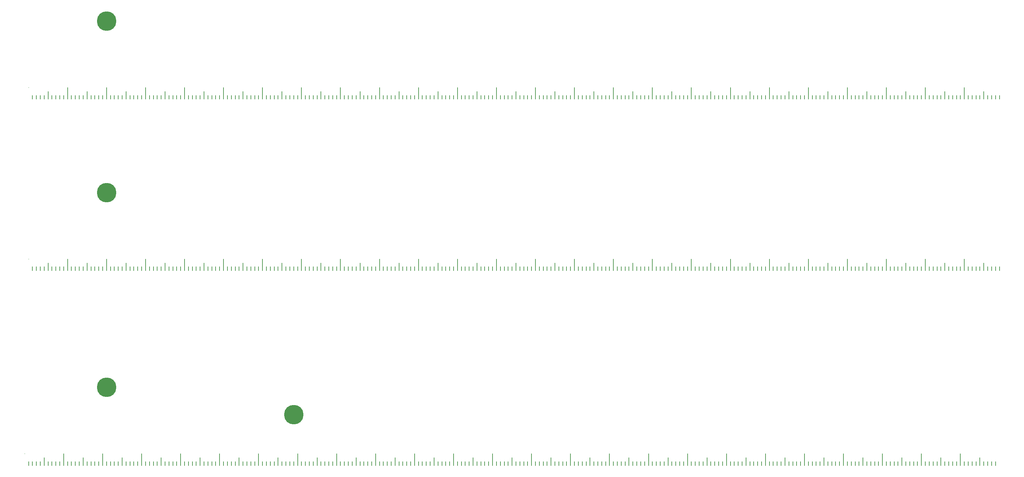
<source format=gts>
G04 #@! TF.GenerationSoftware,KiCad,Pcbnew,7.0.9-dirty*
G04 #@! TF.CreationDate,2024-01-14T20:59:28+01:00*
G04 #@! TF.ProjectId,ranura 13857,72616e75-7261-4203-9133-3835372e6b69,1*
G04 #@! TF.SameCoordinates,Original*
G04 #@! TF.FileFunction,Soldermask,Top*
G04 #@! TF.FilePolarity,Negative*
%FSLAX46Y46*%
G04 Gerber Fmt 4.6, Leading zero omitted, Abs format (unit mm)*
G04 Created by KiCad (PCBNEW 7.0.9-dirty) date 2024-01-14 20:59:28*
%MOMM*%
%LPD*%
G01*
G04 APERTURE LIST*
%ADD10C,0.150000*%
%ADD11C,5.000000*%
G04 APERTURE END LIST*
D10*
X25000000Y-105000000D02*
X25000000Y-105000000D01*
X26000000Y-108000000D02*
X26000000Y-107000000D01*
X27000000Y-108000000D02*
X27000000Y-107000000D01*
X28000000Y-108000000D02*
X28000000Y-107000000D01*
X29000000Y-108000000D02*
X29000000Y-107000000D01*
X30000000Y-108000000D02*
X30000000Y-106000000D01*
X31000000Y-108000000D02*
X31000000Y-107000000D01*
X32000000Y-108000000D02*
X32000000Y-107000000D01*
X33000000Y-108000000D02*
X33000000Y-107000000D01*
X34000000Y-108000000D02*
X34000000Y-107000000D01*
X35000000Y-108000000D02*
X35000000Y-105000000D01*
X36000000Y-108000000D02*
X36000000Y-107000000D01*
X37000000Y-108000000D02*
X37000000Y-107000000D01*
X38000000Y-108000000D02*
X38000000Y-107000000D01*
X39000000Y-108000000D02*
X39000000Y-107000000D01*
X40000000Y-108000000D02*
X40000000Y-106000000D01*
X41000000Y-108000000D02*
X41000000Y-107000000D01*
X42000000Y-108000000D02*
X42000000Y-107000000D01*
X43000000Y-108000000D02*
X43000000Y-107000000D01*
X44000000Y-108000000D02*
X44000000Y-107000000D01*
X45000000Y-108000000D02*
X45000000Y-105000000D01*
X46000000Y-108000000D02*
X46000000Y-107000000D01*
X47000000Y-108000000D02*
X47000000Y-107000000D01*
X48000000Y-108000000D02*
X48000000Y-107000000D01*
X49000000Y-108000000D02*
X49000000Y-107000000D01*
X50000000Y-108000000D02*
X50000000Y-106000000D01*
X51000000Y-108000000D02*
X51000000Y-107000000D01*
X52000000Y-108000000D02*
X52000000Y-107000000D01*
X53000000Y-108000000D02*
X53000000Y-107000000D01*
X54000000Y-108000000D02*
X54000000Y-107000000D01*
X55000000Y-108000000D02*
X55000000Y-105000000D01*
X56000000Y-108000000D02*
X56000000Y-107000000D01*
X57000000Y-108000000D02*
X57000000Y-107000000D01*
X58000000Y-108000000D02*
X58000000Y-107000000D01*
X59000000Y-108000000D02*
X59000000Y-107000000D01*
X60000000Y-108000000D02*
X60000000Y-106000000D01*
X61000000Y-108000000D02*
X61000000Y-107000000D01*
X62000000Y-108000000D02*
X62000000Y-107000000D01*
X63000000Y-108000000D02*
X63000000Y-107000000D01*
X64000000Y-108000000D02*
X64000000Y-107000000D01*
X65000000Y-108000000D02*
X65000000Y-105000000D01*
X66000000Y-108000000D02*
X66000000Y-107000000D01*
X67000000Y-108000000D02*
X67000000Y-107000000D01*
X68000000Y-108000000D02*
X68000000Y-107000000D01*
X69000000Y-108000000D02*
X69000000Y-107000000D01*
X70000000Y-108000000D02*
X70000000Y-106000000D01*
X71000000Y-108000000D02*
X71000000Y-107000000D01*
X72000000Y-108000000D02*
X72000000Y-107000000D01*
X73000000Y-108000000D02*
X73000000Y-107000000D01*
X74000000Y-108000000D02*
X74000000Y-107000000D01*
X75000000Y-108000000D02*
X75000000Y-105000000D01*
X76000000Y-108000000D02*
X76000000Y-107000000D01*
X77000000Y-108000000D02*
X77000000Y-107000000D01*
X78000000Y-108000000D02*
X78000000Y-107000000D01*
X79000000Y-108000000D02*
X79000000Y-107000000D01*
X80000000Y-108000000D02*
X80000000Y-106000000D01*
X81000000Y-108000000D02*
X81000000Y-107000000D01*
X82000000Y-108000000D02*
X82000000Y-107000000D01*
X83000000Y-108000000D02*
X83000000Y-107000000D01*
X84000000Y-108000000D02*
X84000000Y-107000000D01*
X85000000Y-108000000D02*
X85000000Y-105000000D01*
X86000000Y-108000000D02*
X86000000Y-107000000D01*
X87000000Y-108000000D02*
X87000000Y-107000000D01*
X88000000Y-108000000D02*
X88000000Y-107000000D01*
X89000000Y-108000000D02*
X89000000Y-107000000D01*
X90000000Y-108000000D02*
X90000000Y-106000000D01*
X91000000Y-108000000D02*
X91000000Y-107000000D01*
X92000000Y-108000000D02*
X92000000Y-107000000D01*
X93000000Y-108000000D02*
X93000000Y-107000000D01*
X94000000Y-108000000D02*
X94000000Y-107000000D01*
X95000000Y-108000000D02*
X95000000Y-105000000D01*
X96000000Y-108000000D02*
X96000000Y-107000000D01*
X97000000Y-108000000D02*
X97000000Y-107000000D01*
X98000000Y-108000000D02*
X98000000Y-107000000D01*
X99000000Y-108000000D02*
X99000000Y-107000000D01*
X100000000Y-108000000D02*
X100000000Y-106000000D01*
X101000000Y-108000000D02*
X101000000Y-107000000D01*
X102000000Y-108000000D02*
X102000000Y-107000000D01*
X103000000Y-108000000D02*
X103000000Y-107000000D01*
X104000000Y-108000000D02*
X104000000Y-107000000D01*
X105000000Y-108000000D02*
X105000000Y-105000000D01*
X106000000Y-108000000D02*
X106000000Y-107000000D01*
X107000000Y-108000000D02*
X107000000Y-107000000D01*
X108000000Y-108000000D02*
X108000000Y-107000000D01*
X109000000Y-108000000D02*
X109000000Y-107000000D01*
X110000000Y-108000000D02*
X110000000Y-106000000D01*
X111000000Y-108000000D02*
X111000000Y-107000000D01*
X112000000Y-108000000D02*
X112000000Y-107000000D01*
X113000000Y-108000000D02*
X113000000Y-107000000D01*
X114000000Y-108000000D02*
X114000000Y-107000000D01*
X115000000Y-108000000D02*
X115000000Y-105000000D01*
X116000000Y-108000000D02*
X116000000Y-107000000D01*
X117000000Y-108000000D02*
X117000000Y-107000000D01*
X118000000Y-108000000D02*
X118000000Y-107000000D01*
X119000000Y-108000000D02*
X119000000Y-107000000D01*
X120000000Y-108000000D02*
X120000000Y-106000000D01*
X121000000Y-108000000D02*
X121000000Y-107000000D01*
X122000000Y-108000000D02*
X122000000Y-107000000D01*
X123000000Y-108000000D02*
X123000000Y-107000000D01*
X124000000Y-108000000D02*
X124000000Y-107000000D01*
X125000000Y-108000000D02*
X125000000Y-105000000D01*
X126000000Y-108000000D02*
X126000000Y-107000000D01*
X127000000Y-108000000D02*
X127000000Y-107000000D01*
X128000000Y-108000000D02*
X128000000Y-107000000D01*
X129000000Y-108000000D02*
X129000000Y-107000000D01*
X130000000Y-108000000D02*
X130000000Y-106000000D01*
X131000000Y-108000000D02*
X131000000Y-107000000D01*
X132000000Y-108000000D02*
X132000000Y-107000000D01*
X133000000Y-108000000D02*
X133000000Y-107000000D01*
X134000000Y-108000000D02*
X134000000Y-107000000D01*
X135000000Y-108000000D02*
X135000000Y-105000000D01*
X136000000Y-108000000D02*
X136000000Y-107000000D01*
X137000000Y-108000000D02*
X137000000Y-107000000D01*
X138000000Y-108000000D02*
X138000000Y-107000000D01*
X139000000Y-108000000D02*
X139000000Y-107000000D01*
X140000000Y-108000000D02*
X140000000Y-106000000D01*
X141000000Y-108000000D02*
X141000000Y-107000000D01*
X142000000Y-108000000D02*
X142000000Y-107000000D01*
X143000000Y-108000000D02*
X143000000Y-107000000D01*
X144000000Y-108000000D02*
X144000000Y-107000000D01*
X145000000Y-108000000D02*
X145000000Y-105000000D01*
X146000000Y-108000000D02*
X146000000Y-107000000D01*
X147000000Y-108000000D02*
X147000000Y-107000000D01*
X148000000Y-108000000D02*
X148000000Y-107000000D01*
X149000000Y-108000000D02*
X149000000Y-107000000D01*
X150000000Y-108000000D02*
X150000000Y-106000000D01*
X151000000Y-108000000D02*
X151000000Y-107000000D01*
X152000000Y-108000000D02*
X152000000Y-107000000D01*
X153000000Y-108000000D02*
X153000000Y-107000000D01*
X154000000Y-108000000D02*
X154000000Y-107000000D01*
X155000000Y-108000000D02*
X155000000Y-105000000D01*
X156000000Y-108000000D02*
X156000000Y-107000000D01*
X157000000Y-108000000D02*
X157000000Y-107000000D01*
X158000000Y-108000000D02*
X158000000Y-107000000D01*
X159000000Y-108000000D02*
X159000000Y-107000000D01*
X160000000Y-108000000D02*
X160000000Y-106000000D01*
X161000000Y-108000000D02*
X161000000Y-107000000D01*
X162000000Y-108000000D02*
X162000000Y-107000000D01*
X163000000Y-108000000D02*
X163000000Y-107000000D01*
X164000000Y-108000000D02*
X164000000Y-107000000D01*
X165000000Y-108000000D02*
X165000000Y-105000000D01*
X166000000Y-108000000D02*
X166000000Y-107000000D01*
X167000000Y-108000000D02*
X167000000Y-107000000D01*
X168000000Y-108000000D02*
X168000000Y-107000000D01*
X169000000Y-108000000D02*
X169000000Y-107000000D01*
X170000000Y-108000000D02*
X170000000Y-106000000D01*
X171000000Y-108000000D02*
X171000000Y-107000000D01*
X172000000Y-108000000D02*
X172000000Y-107000000D01*
X173000000Y-108000000D02*
X173000000Y-107000000D01*
X174000000Y-108000000D02*
X174000000Y-107000000D01*
X175000000Y-108000000D02*
X175000000Y-105000000D01*
X176000000Y-108000000D02*
X176000000Y-107000000D01*
X177000000Y-108000000D02*
X177000000Y-107000000D01*
X178000000Y-108000000D02*
X178000000Y-107000000D01*
X179000000Y-108000000D02*
X179000000Y-107000000D01*
X180000000Y-108000000D02*
X180000000Y-106000000D01*
X181000000Y-108000000D02*
X181000000Y-107000000D01*
X182000000Y-108000000D02*
X182000000Y-107000000D01*
X183000000Y-108000000D02*
X183000000Y-107000000D01*
X184000000Y-108000000D02*
X184000000Y-107000000D01*
X185000000Y-108000000D02*
X185000000Y-105000000D01*
X186000000Y-108000000D02*
X186000000Y-107000000D01*
X187000000Y-108000000D02*
X187000000Y-107000000D01*
X188000000Y-108000000D02*
X188000000Y-107000000D01*
X189000000Y-108000000D02*
X189000000Y-107000000D01*
X190000000Y-108000000D02*
X190000000Y-106000000D01*
X191000000Y-108000000D02*
X191000000Y-107000000D01*
X192000000Y-108000000D02*
X192000000Y-107000000D01*
X193000000Y-108000000D02*
X193000000Y-107000000D01*
X194000000Y-108000000D02*
X194000000Y-107000000D01*
X195000000Y-108000000D02*
X195000000Y-105000000D01*
X196000000Y-108000000D02*
X196000000Y-107000000D01*
X197000000Y-108000000D02*
X197000000Y-107000000D01*
X198000000Y-108000000D02*
X198000000Y-107000000D01*
X199000000Y-108000000D02*
X199000000Y-107000000D01*
X200000000Y-108000000D02*
X200000000Y-106000000D01*
X201000000Y-108000000D02*
X201000000Y-107000000D01*
X202000000Y-108000000D02*
X202000000Y-107000000D01*
X203000000Y-108000000D02*
X203000000Y-107000000D01*
X204000000Y-108000000D02*
X204000000Y-107000000D01*
X205000000Y-108000000D02*
X205000000Y-105000000D01*
X206000000Y-108000000D02*
X206000000Y-107000000D01*
X207000000Y-108000000D02*
X207000000Y-107000000D01*
X208000000Y-108000000D02*
X208000000Y-107000000D01*
X209000000Y-108000000D02*
X209000000Y-107000000D01*
X210000000Y-108000000D02*
X210000000Y-106000000D01*
X211000000Y-108000000D02*
X211000000Y-107000000D01*
X212000000Y-108000000D02*
X212000000Y-107000000D01*
X213000000Y-108000000D02*
X213000000Y-107000000D01*
X214000000Y-108000000D02*
X214000000Y-107000000D01*
X215000000Y-108000000D02*
X215000000Y-105000000D01*
X216000000Y-108000000D02*
X216000000Y-107000000D01*
X217000000Y-108000000D02*
X217000000Y-107000000D01*
X218000000Y-108000000D02*
X218000000Y-107000000D01*
X219000000Y-108000000D02*
X219000000Y-107000000D01*
X220000000Y-108000000D02*
X220000000Y-106000000D01*
X221000000Y-108000000D02*
X221000000Y-107000000D01*
X222000000Y-108000000D02*
X222000000Y-107000000D01*
X223000000Y-108000000D02*
X223000000Y-107000000D01*
X224000000Y-108000000D02*
X224000000Y-107000000D01*
X225000000Y-108000000D02*
X225000000Y-105000000D01*
X226000000Y-108000000D02*
X226000000Y-107000000D01*
X227000000Y-108000000D02*
X227000000Y-107000000D01*
X228000000Y-108000000D02*
X228000000Y-107000000D01*
X229000000Y-108000000D02*
X229000000Y-107000000D01*
X230000000Y-108000000D02*
X230000000Y-106000000D01*
X231000000Y-108000000D02*
X231000000Y-107000000D01*
X232000000Y-108000000D02*
X232000000Y-107000000D01*
X233000000Y-108000000D02*
X233000000Y-107000000D01*
X234000000Y-108000000D02*
X234000000Y-107000000D01*
X235000000Y-108000000D02*
X235000000Y-105000000D01*
X236000000Y-108000000D02*
X236000000Y-107000000D01*
X237000000Y-108000000D02*
X237000000Y-107000000D01*
X238000000Y-108000000D02*
X238000000Y-107000000D01*
X239000000Y-108000000D02*
X239000000Y-107000000D01*
X240000000Y-108000000D02*
X240000000Y-106000000D01*
X241000000Y-108000000D02*
X241000000Y-107000000D01*
X242000000Y-108000000D02*
X242000000Y-107000000D01*
X243000000Y-108000000D02*
X243000000Y-107000000D01*
X244000000Y-108000000D02*
X244000000Y-107000000D01*
X245000000Y-108000000D02*
X245000000Y-105000000D01*
X246000000Y-108000000D02*
X246000000Y-107000000D01*
X247000000Y-108000000D02*
X247000000Y-107000000D01*
X248000000Y-108000000D02*
X248000000Y-107000000D01*
X249000000Y-108000000D02*
X249000000Y-107000000D01*
X250000000Y-108000000D02*
X250000000Y-106000000D01*
X251000000Y-108000000D02*
X251000000Y-107000000D01*
X252000000Y-108000000D02*
X252000000Y-107000000D01*
X253000000Y-108000000D02*
X253000000Y-107000000D01*
X254000000Y-108000000D02*
X254000000Y-107000000D01*
X255000000Y-108000000D02*
X255000000Y-105000000D01*
X256000000Y-108000000D02*
X256000000Y-107000000D01*
X257000000Y-108000000D02*
X257000000Y-107000000D01*
X258000000Y-108000000D02*
X258000000Y-107000000D01*
X259000000Y-108000000D02*
X259000000Y-107000000D01*
X260000000Y-108000000D02*
X260000000Y-106000000D01*
X261000000Y-108000000D02*
X261000000Y-107000000D01*
X262000000Y-108000000D02*
X262000000Y-107000000D01*
X263000000Y-108000000D02*
X263000000Y-107000000D01*
X264000000Y-108000000D02*
X264000000Y-107000000D01*
X265000000Y-108000000D02*
X265000000Y-105000000D01*
X266000000Y-108000000D02*
X266000000Y-107000000D01*
X267000000Y-108000000D02*
X267000000Y-107000000D01*
X268000000Y-108000000D02*
X268000000Y-107000000D01*
X269000000Y-108000000D02*
X269000000Y-107000000D01*
X270000000Y-108000000D02*
X270000000Y-106000000D01*
X271000000Y-108000000D02*
X271000000Y-107000000D01*
X272000000Y-108000000D02*
X272000000Y-107000000D01*
X273000000Y-108000000D02*
X273000000Y-107000000D01*
X274000000Y-108000000D02*
X274000000Y-107000000D01*
X24000000Y-155000000D02*
X24000000Y-155000000D01*
X25000000Y-158000000D02*
X25000000Y-157000000D01*
X26000000Y-158000000D02*
X26000000Y-157000000D01*
X27000000Y-158000000D02*
X27000000Y-157000000D01*
X28000000Y-158000000D02*
X28000000Y-157000000D01*
X29000000Y-158000000D02*
X29000000Y-156000000D01*
X30000000Y-158000000D02*
X30000000Y-157000000D01*
X31000000Y-158000000D02*
X31000000Y-157000000D01*
X32000000Y-158000000D02*
X32000000Y-157000000D01*
X33000000Y-158000000D02*
X33000000Y-157000000D01*
X34000000Y-158000000D02*
X34000000Y-155000000D01*
X35000000Y-158000000D02*
X35000000Y-157000000D01*
X36000000Y-158000000D02*
X36000000Y-157000000D01*
X37000000Y-158000000D02*
X37000000Y-157000000D01*
X38000000Y-158000000D02*
X38000000Y-157000000D01*
X39000000Y-158000000D02*
X39000000Y-156000000D01*
X40000000Y-158000000D02*
X40000000Y-157000000D01*
X41000000Y-158000000D02*
X41000000Y-157000000D01*
X42000000Y-158000000D02*
X42000000Y-157000000D01*
X43000000Y-158000000D02*
X43000000Y-157000000D01*
X44000000Y-158000000D02*
X44000000Y-155000000D01*
X45000000Y-158000000D02*
X45000000Y-157000000D01*
X46000000Y-158000000D02*
X46000000Y-157000000D01*
X47000000Y-158000000D02*
X47000000Y-157000000D01*
X48000000Y-158000000D02*
X48000000Y-157000000D01*
X49000000Y-158000000D02*
X49000000Y-156000000D01*
X50000000Y-158000000D02*
X50000000Y-157000000D01*
X51000000Y-158000000D02*
X51000000Y-157000000D01*
X52000000Y-158000000D02*
X52000000Y-157000000D01*
X53000000Y-158000000D02*
X53000000Y-157000000D01*
X54000000Y-158000000D02*
X54000000Y-155000000D01*
X55000000Y-158000000D02*
X55000000Y-157000000D01*
X56000000Y-158000000D02*
X56000000Y-157000000D01*
X57000000Y-158000000D02*
X57000000Y-157000000D01*
X58000000Y-158000000D02*
X58000000Y-157000000D01*
X59000000Y-158000000D02*
X59000000Y-156000000D01*
X60000000Y-158000000D02*
X60000000Y-157000000D01*
X61000000Y-158000000D02*
X61000000Y-157000000D01*
X62000000Y-158000000D02*
X62000000Y-157000000D01*
X63000000Y-158000000D02*
X63000000Y-157000000D01*
X64000000Y-158000000D02*
X64000000Y-155000000D01*
X65000000Y-158000000D02*
X65000000Y-157000000D01*
X66000000Y-158000000D02*
X66000000Y-157000000D01*
X67000000Y-158000000D02*
X67000000Y-157000000D01*
X68000000Y-158000000D02*
X68000000Y-157000000D01*
X69000000Y-158000000D02*
X69000000Y-156000000D01*
X70000000Y-158000000D02*
X70000000Y-157000000D01*
X71000000Y-158000000D02*
X71000000Y-157000000D01*
X72000000Y-158000000D02*
X72000000Y-157000000D01*
X73000000Y-158000000D02*
X73000000Y-157000000D01*
X74000000Y-158000000D02*
X74000000Y-155000000D01*
X75000000Y-158000000D02*
X75000000Y-157000000D01*
X76000000Y-158000000D02*
X76000000Y-157000000D01*
X77000000Y-158000000D02*
X77000000Y-157000000D01*
X78000000Y-158000000D02*
X78000000Y-157000000D01*
X79000000Y-158000000D02*
X79000000Y-156000000D01*
X80000000Y-158000000D02*
X80000000Y-157000000D01*
X81000000Y-158000000D02*
X81000000Y-157000000D01*
X82000000Y-158000000D02*
X82000000Y-157000000D01*
X83000000Y-158000000D02*
X83000000Y-157000000D01*
X84000000Y-158000000D02*
X84000000Y-155000000D01*
X85000000Y-158000000D02*
X85000000Y-157000000D01*
X86000000Y-158000000D02*
X86000000Y-157000000D01*
X87000000Y-158000000D02*
X87000000Y-157000000D01*
X88000000Y-158000000D02*
X88000000Y-157000000D01*
X89000000Y-158000000D02*
X89000000Y-156000000D01*
X90000000Y-158000000D02*
X90000000Y-157000000D01*
X91000000Y-158000000D02*
X91000000Y-157000000D01*
X92000000Y-158000000D02*
X92000000Y-157000000D01*
X93000000Y-158000000D02*
X93000000Y-157000000D01*
X94000000Y-158000000D02*
X94000000Y-155000000D01*
X95000000Y-158000000D02*
X95000000Y-157000000D01*
X96000000Y-158000000D02*
X96000000Y-157000000D01*
X97000000Y-158000000D02*
X97000000Y-157000000D01*
X98000000Y-158000000D02*
X98000000Y-157000000D01*
X99000000Y-158000000D02*
X99000000Y-156000000D01*
X100000000Y-158000000D02*
X100000000Y-157000000D01*
X101000000Y-158000000D02*
X101000000Y-157000000D01*
X102000000Y-158000000D02*
X102000000Y-157000000D01*
X103000000Y-158000000D02*
X103000000Y-157000000D01*
X104000000Y-158000000D02*
X104000000Y-155000000D01*
X105000000Y-158000000D02*
X105000000Y-157000000D01*
X106000000Y-158000000D02*
X106000000Y-157000000D01*
X107000000Y-158000000D02*
X107000000Y-157000000D01*
X108000000Y-158000000D02*
X108000000Y-157000000D01*
X109000000Y-158000000D02*
X109000000Y-156000000D01*
X110000000Y-158000000D02*
X110000000Y-157000000D01*
X111000000Y-158000000D02*
X111000000Y-157000000D01*
X112000000Y-158000000D02*
X112000000Y-157000000D01*
X113000000Y-158000000D02*
X113000000Y-157000000D01*
X114000000Y-158000000D02*
X114000000Y-155000000D01*
X115000000Y-158000000D02*
X115000000Y-157000000D01*
X116000000Y-158000000D02*
X116000000Y-157000000D01*
X117000000Y-158000000D02*
X117000000Y-157000000D01*
X118000000Y-158000000D02*
X118000000Y-157000000D01*
X119000000Y-158000000D02*
X119000000Y-156000000D01*
X120000000Y-158000000D02*
X120000000Y-157000000D01*
X121000000Y-158000000D02*
X121000000Y-157000000D01*
X122000000Y-158000000D02*
X122000000Y-157000000D01*
X123000000Y-158000000D02*
X123000000Y-157000000D01*
X124000000Y-158000000D02*
X124000000Y-155000000D01*
X125000000Y-158000000D02*
X125000000Y-157000000D01*
X126000000Y-158000000D02*
X126000000Y-157000000D01*
X127000000Y-158000000D02*
X127000000Y-157000000D01*
X128000000Y-158000000D02*
X128000000Y-157000000D01*
X129000000Y-158000000D02*
X129000000Y-156000000D01*
X130000000Y-158000000D02*
X130000000Y-157000000D01*
X131000000Y-158000000D02*
X131000000Y-157000000D01*
X132000000Y-158000000D02*
X132000000Y-157000000D01*
X133000000Y-158000000D02*
X133000000Y-157000000D01*
X134000000Y-158000000D02*
X134000000Y-155000000D01*
X135000000Y-158000000D02*
X135000000Y-157000000D01*
X136000000Y-158000000D02*
X136000000Y-157000000D01*
X137000000Y-158000000D02*
X137000000Y-157000000D01*
X138000000Y-158000000D02*
X138000000Y-157000000D01*
X139000000Y-158000000D02*
X139000000Y-156000000D01*
X140000000Y-158000000D02*
X140000000Y-157000000D01*
X141000000Y-158000000D02*
X141000000Y-157000000D01*
X142000000Y-158000000D02*
X142000000Y-157000000D01*
X143000000Y-158000000D02*
X143000000Y-157000000D01*
X144000000Y-158000000D02*
X144000000Y-155000000D01*
X145000000Y-158000000D02*
X145000000Y-157000000D01*
X146000000Y-158000000D02*
X146000000Y-157000000D01*
X147000000Y-158000000D02*
X147000000Y-157000000D01*
X148000000Y-158000000D02*
X148000000Y-157000000D01*
X149000000Y-158000000D02*
X149000000Y-156000000D01*
X150000000Y-158000000D02*
X150000000Y-157000000D01*
X151000000Y-158000000D02*
X151000000Y-157000000D01*
X152000000Y-158000000D02*
X152000000Y-157000000D01*
X153000000Y-158000000D02*
X153000000Y-157000000D01*
X154000000Y-158000000D02*
X154000000Y-155000000D01*
X155000000Y-158000000D02*
X155000000Y-157000000D01*
X156000000Y-158000000D02*
X156000000Y-157000000D01*
X157000000Y-158000000D02*
X157000000Y-157000000D01*
X158000000Y-158000000D02*
X158000000Y-157000000D01*
X159000000Y-158000000D02*
X159000000Y-156000000D01*
X160000000Y-158000000D02*
X160000000Y-157000000D01*
X161000000Y-158000000D02*
X161000000Y-157000000D01*
X162000000Y-158000000D02*
X162000000Y-157000000D01*
X163000000Y-158000000D02*
X163000000Y-157000000D01*
X164000000Y-158000000D02*
X164000000Y-155000000D01*
X165000000Y-158000000D02*
X165000000Y-157000000D01*
X166000000Y-158000000D02*
X166000000Y-157000000D01*
X167000000Y-158000000D02*
X167000000Y-157000000D01*
X168000000Y-158000000D02*
X168000000Y-157000000D01*
X169000000Y-158000000D02*
X169000000Y-156000000D01*
X170000000Y-158000000D02*
X170000000Y-157000000D01*
X171000000Y-158000000D02*
X171000000Y-157000000D01*
X172000000Y-158000000D02*
X172000000Y-157000000D01*
X173000000Y-158000000D02*
X173000000Y-157000000D01*
X174000000Y-158000000D02*
X174000000Y-155000000D01*
X175000000Y-158000000D02*
X175000000Y-157000000D01*
X176000000Y-158000000D02*
X176000000Y-157000000D01*
X177000000Y-158000000D02*
X177000000Y-157000000D01*
X178000000Y-158000000D02*
X178000000Y-157000000D01*
X179000000Y-158000000D02*
X179000000Y-156000000D01*
X180000000Y-158000000D02*
X180000000Y-157000000D01*
X181000000Y-158000000D02*
X181000000Y-157000000D01*
X182000000Y-158000000D02*
X182000000Y-157000000D01*
X183000000Y-158000000D02*
X183000000Y-157000000D01*
X184000000Y-158000000D02*
X184000000Y-155000000D01*
X185000000Y-158000000D02*
X185000000Y-157000000D01*
X186000000Y-158000000D02*
X186000000Y-157000000D01*
X187000000Y-158000000D02*
X187000000Y-157000000D01*
X188000000Y-158000000D02*
X188000000Y-157000000D01*
X189000000Y-158000000D02*
X189000000Y-156000000D01*
X190000000Y-158000000D02*
X190000000Y-157000000D01*
X191000000Y-158000000D02*
X191000000Y-157000000D01*
X192000000Y-158000000D02*
X192000000Y-157000000D01*
X193000000Y-158000000D02*
X193000000Y-157000000D01*
X194000000Y-158000000D02*
X194000000Y-155000000D01*
X195000000Y-158000000D02*
X195000000Y-157000000D01*
X196000000Y-158000000D02*
X196000000Y-157000000D01*
X197000000Y-158000000D02*
X197000000Y-157000000D01*
X198000000Y-158000000D02*
X198000000Y-157000000D01*
X199000000Y-158000000D02*
X199000000Y-156000000D01*
X200000000Y-158000000D02*
X200000000Y-157000000D01*
X201000000Y-158000000D02*
X201000000Y-157000000D01*
X202000000Y-158000000D02*
X202000000Y-157000000D01*
X203000000Y-158000000D02*
X203000000Y-157000000D01*
X204000000Y-158000000D02*
X204000000Y-155000000D01*
X205000000Y-158000000D02*
X205000000Y-157000000D01*
X206000000Y-158000000D02*
X206000000Y-157000000D01*
X207000000Y-158000000D02*
X207000000Y-157000000D01*
X208000000Y-158000000D02*
X208000000Y-157000000D01*
X209000000Y-158000000D02*
X209000000Y-156000000D01*
X210000000Y-158000000D02*
X210000000Y-157000000D01*
X211000000Y-158000000D02*
X211000000Y-157000000D01*
X212000000Y-158000000D02*
X212000000Y-157000000D01*
X213000000Y-158000000D02*
X213000000Y-157000000D01*
X214000000Y-158000000D02*
X214000000Y-155000000D01*
X215000000Y-158000000D02*
X215000000Y-157000000D01*
X216000000Y-158000000D02*
X216000000Y-157000000D01*
X217000000Y-158000000D02*
X217000000Y-157000000D01*
X218000000Y-158000000D02*
X218000000Y-157000000D01*
X219000000Y-158000000D02*
X219000000Y-156000000D01*
X220000000Y-158000000D02*
X220000000Y-157000000D01*
X221000000Y-158000000D02*
X221000000Y-157000000D01*
X222000000Y-158000000D02*
X222000000Y-157000000D01*
X223000000Y-158000000D02*
X223000000Y-157000000D01*
X224000000Y-158000000D02*
X224000000Y-155000000D01*
X225000000Y-158000000D02*
X225000000Y-157000000D01*
X226000000Y-158000000D02*
X226000000Y-157000000D01*
X227000000Y-158000000D02*
X227000000Y-157000000D01*
X228000000Y-158000000D02*
X228000000Y-157000000D01*
X229000000Y-158000000D02*
X229000000Y-156000000D01*
X230000000Y-158000000D02*
X230000000Y-157000000D01*
X231000000Y-158000000D02*
X231000000Y-157000000D01*
X232000000Y-158000000D02*
X232000000Y-157000000D01*
X233000000Y-158000000D02*
X233000000Y-157000000D01*
X234000000Y-158000000D02*
X234000000Y-155000000D01*
X235000000Y-158000000D02*
X235000000Y-157000000D01*
X236000000Y-158000000D02*
X236000000Y-157000000D01*
X237000000Y-158000000D02*
X237000000Y-157000000D01*
X238000000Y-158000000D02*
X238000000Y-157000000D01*
X239000000Y-158000000D02*
X239000000Y-156000000D01*
X240000000Y-158000000D02*
X240000000Y-157000000D01*
X241000000Y-158000000D02*
X241000000Y-157000000D01*
X242000000Y-158000000D02*
X242000000Y-157000000D01*
X243000000Y-158000000D02*
X243000000Y-157000000D01*
X244000000Y-158000000D02*
X244000000Y-155000000D01*
X245000000Y-158000000D02*
X245000000Y-157000000D01*
X246000000Y-158000000D02*
X246000000Y-157000000D01*
X247000000Y-158000000D02*
X247000000Y-157000000D01*
X248000000Y-158000000D02*
X248000000Y-157000000D01*
X249000000Y-158000000D02*
X249000000Y-156000000D01*
X250000000Y-158000000D02*
X250000000Y-157000000D01*
X251000000Y-158000000D02*
X251000000Y-157000000D01*
X252000000Y-158000000D02*
X252000000Y-157000000D01*
X253000000Y-158000000D02*
X253000000Y-157000000D01*
X254000000Y-158000000D02*
X254000000Y-155000000D01*
X255000000Y-158000000D02*
X255000000Y-157000000D01*
X256000000Y-158000000D02*
X256000000Y-157000000D01*
X257000000Y-158000000D02*
X257000000Y-157000000D01*
X258000000Y-158000000D02*
X258000000Y-157000000D01*
X259000000Y-158000000D02*
X259000000Y-156000000D01*
X260000000Y-158000000D02*
X260000000Y-157000000D01*
X261000000Y-158000000D02*
X261000000Y-157000000D01*
X262000000Y-158000000D02*
X262000000Y-157000000D01*
X263000000Y-158000000D02*
X263000000Y-157000000D01*
X264000000Y-158000000D02*
X264000000Y-155000000D01*
X265000000Y-158000000D02*
X265000000Y-157000000D01*
X266000000Y-158000000D02*
X266000000Y-157000000D01*
X267000000Y-158000000D02*
X267000000Y-157000000D01*
X268000000Y-158000000D02*
X268000000Y-157000000D01*
X269000000Y-158000000D02*
X269000000Y-156000000D01*
X270000000Y-158000000D02*
X270000000Y-157000000D01*
X271000000Y-158000000D02*
X271000000Y-157000000D01*
X272000000Y-158000000D02*
X272000000Y-157000000D01*
X273000000Y-158000000D02*
X273000000Y-157000000D01*
X25000000Y-61000000D02*
X25000000Y-61000000D01*
X26000000Y-64000000D02*
X26000000Y-63000000D01*
X27000000Y-64000000D02*
X27000000Y-63000000D01*
X28000000Y-64000000D02*
X28000000Y-63000000D01*
X29000000Y-64000000D02*
X29000000Y-63000000D01*
X30000000Y-64000000D02*
X30000000Y-62000000D01*
X31000000Y-64000000D02*
X31000000Y-63000000D01*
X32000000Y-64000000D02*
X32000000Y-63000000D01*
X33000000Y-64000000D02*
X33000000Y-63000000D01*
X34000000Y-64000000D02*
X34000000Y-63000000D01*
X35000000Y-64000000D02*
X35000000Y-61000000D01*
X36000000Y-64000000D02*
X36000000Y-63000000D01*
X37000000Y-64000000D02*
X37000000Y-63000000D01*
X38000000Y-64000000D02*
X38000000Y-63000000D01*
X39000000Y-64000000D02*
X39000000Y-63000000D01*
X40000000Y-64000000D02*
X40000000Y-62000000D01*
X41000000Y-64000000D02*
X41000000Y-63000000D01*
X42000000Y-64000000D02*
X42000000Y-63000000D01*
X43000000Y-64000000D02*
X43000000Y-63000000D01*
X44000000Y-64000000D02*
X44000000Y-63000000D01*
X45000000Y-64000000D02*
X45000000Y-61000000D01*
X46000000Y-64000000D02*
X46000000Y-63000000D01*
X47000000Y-64000000D02*
X47000000Y-63000000D01*
X48000000Y-64000000D02*
X48000000Y-63000000D01*
X49000000Y-64000000D02*
X49000000Y-63000000D01*
X50000000Y-64000000D02*
X50000000Y-62000000D01*
X51000000Y-64000000D02*
X51000000Y-63000000D01*
X52000000Y-64000000D02*
X52000000Y-63000000D01*
X53000000Y-64000000D02*
X53000000Y-63000000D01*
X54000000Y-64000000D02*
X54000000Y-63000000D01*
X55000000Y-64000000D02*
X55000000Y-61000000D01*
X56000000Y-64000000D02*
X56000000Y-63000000D01*
X57000000Y-64000000D02*
X57000000Y-63000000D01*
X58000000Y-64000000D02*
X58000000Y-63000000D01*
X59000000Y-64000000D02*
X59000000Y-63000000D01*
X60000000Y-64000000D02*
X60000000Y-62000000D01*
X61000000Y-64000000D02*
X61000000Y-63000000D01*
X62000000Y-64000000D02*
X62000000Y-63000000D01*
X63000000Y-64000000D02*
X63000000Y-63000000D01*
X64000000Y-64000000D02*
X64000000Y-63000000D01*
X65000000Y-64000000D02*
X65000000Y-61000000D01*
X66000000Y-64000000D02*
X66000000Y-63000000D01*
X67000000Y-64000000D02*
X67000000Y-63000000D01*
X68000000Y-64000000D02*
X68000000Y-63000000D01*
X69000000Y-64000000D02*
X69000000Y-63000000D01*
X70000000Y-64000000D02*
X70000000Y-62000000D01*
X71000000Y-64000000D02*
X71000000Y-63000000D01*
X72000000Y-64000000D02*
X72000000Y-63000000D01*
X73000000Y-64000000D02*
X73000000Y-63000000D01*
X74000000Y-64000000D02*
X74000000Y-63000000D01*
X75000000Y-64000000D02*
X75000000Y-61000000D01*
X76000000Y-64000000D02*
X76000000Y-63000000D01*
X77000000Y-64000000D02*
X77000000Y-63000000D01*
X78000000Y-64000000D02*
X78000000Y-63000000D01*
X79000000Y-64000000D02*
X79000000Y-63000000D01*
X80000000Y-64000000D02*
X80000000Y-62000000D01*
X81000000Y-64000000D02*
X81000000Y-63000000D01*
X82000000Y-64000000D02*
X82000000Y-63000000D01*
X83000000Y-64000000D02*
X83000000Y-63000000D01*
X84000000Y-64000000D02*
X84000000Y-63000000D01*
X85000000Y-64000000D02*
X85000000Y-61000000D01*
X86000000Y-64000000D02*
X86000000Y-63000000D01*
X87000000Y-64000000D02*
X87000000Y-63000000D01*
X88000000Y-64000000D02*
X88000000Y-63000000D01*
X89000000Y-64000000D02*
X89000000Y-63000000D01*
X90000000Y-64000000D02*
X90000000Y-62000000D01*
X91000000Y-64000000D02*
X91000000Y-63000000D01*
X92000000Y-64000000D02*
X92000000Y-63000000D01*
X93000000Y-64000000D02*
X93000000Y-63000000D01*
X94000000Y-64000000D02*
X94000000Y-63000000D01*
X95000000Y-64000000D02*
X95000000Y-61000000D01*
X96000000Y-64000000D02*
X96000000Y-63000000D01*
X97000000Y-64000000D02*
X97000000Y-63000000D01*
X98000000Y-64000000D02*
X98000000Y-63000000D01*
X99000000Y-64000000D02*
X99000000Y-63000000D01*
X100000000Y-64000000D02*
X100000000Y-62000000D01*
X101000000Y-64000000D02*
X101000000Y-63000000D01*
X102000000Y-64000000D02*
X102000000Y-63000000D01*
X103000000Y-64000000D02*
X103000000Y-63000000D01*
X104000000Y-64000000D02*
X104000000Y-63000000D01*
X105000000Y-64000000D02*
X105000000Y-61000000D01*
X106000000Y-64000000D02*
X106000000Y-63000000D01*
X107000000Y-64000000D02*
X107000000Y-63000000D01*
X108000000Y-64000000D02*
X108000000Y-63000000D01*
X109000000Y-64000000D02*
X109000000Y-63000000D01*
X110000000Y-64000000D02*
X110000000Y-62000000D01*
X111000000Y-64000000D02*
X111000000Y-63000000D01*
X112000000Y-64000000D02*
X112000000Y-63000000D01*
X113000000Y-64000000D02*
X113000000Y-63000000D01*
X114000000Y-64000000D02*
X114000000Y-63000000D01*
X115000000Y-64000000D02*
X115000000Y-61000000D01*
X116000000Y-64000000D02*
X116000000Y-63000000D01*
X117000000Y-64000000D02*
X117000000Y-63000000D01*
X118000000Y-64000000D02*
X118000000Y-63000000D01*
X119000000Y-64000000D02*
X119000000Y-63000000D01*
X120000000Y-64000000D02*
X120000000Y-62000000D01*
X121000000Y-64000000D02*
X121000000Y-63000000D01*
X122000000Y-64000000D02*
X122000000Y-63000000D01*
X123000000Y-64000000D02*
X123000000Y-63000000D01*
X124000000Y-64000000D02*
X124000000Y-63000000D01*
X125000000Y-64000000D02*
X125000000Y-61000000D01*
X126000000Y-64000000D02*
X126000000Y-63000000D01*
X127000000Y-64000000D02*
X127000000Y-63000000D01*
X128000000Y-64000000D02*
X128000000Y-63000000D01*
X129000000Y-64000000D02*
X129000000Y-63000000D01*
X130000000Y-64000000D02*
X130000000Y-62000000D01*
X131000000Y-64000000D02*
X131000000Y-63000000D01*
X132000000Y-64000000D02*
X132000000Y-63000000D01*
X133000000Y-64000000D02*
X133000000Y-63000000D01*
X134000000Y-64000000D02*
X134000000Y-63000000D01*
X135000000Y-64000000D02*
X135000000Y-61000000D01*
X136000000Y-64000000D02*
X136000000Y-63000000D01*
X137000000Y-64000000D02*
X137000000Y-63000000D01*
X138000000Y-64000000D02*
X138000000Y-63000000D01*
X139000000Y-64000000D02*
X139000000Y-63000000D01*
X140000000Y-64000000D02*
X140000000Y-62000000D01*
X141000000Y-64000000D02*
X141000000Y-63000000D01*
X142000000Y-64000000D02*
X142000000Y-63000000D01*
X143000000Y-64000000D02*
X143000000Y-63000000D01*
X144000000Y-64000000D02*
X144000000Y-63000000D01*
X145000000Y-64000000D02*
X145000000Y-61000000D01*
X146000000Y-64000000D02*
X146000000Y-63000000D01*
X147000000Y-64000000D02*
X147000000Y-63000000D01*
X148000000Y-64000000D02*
X148000000Y-63000000D01*
X149000000Y-64000000D02*
X149000000Y-63000000D01*
X150000000Y-64000000D02*
X150000000Y-62000000D01*
X151000000Y-64000000D02*
X151000000Y-63000000D01*
X152000000Y-64000000D02*
X152000000Y-63000000D01*
X153000000Y-64000000D02*
X153000000Y-63000000D01*
X154000000Y-64000000D02*
X154000000Y-63000000D01*
X155000000Y-64000000D02*
X155000000Y-61000000D01*
X156000000Y-64000000D02*
X156000000Y-63000000D01*
X157000000Y-64000000D02*
X157000000Y-63000000D01*
X158000000Y-64000000D02*
X158000000Y-63000000D01*
X159000000Y-64000000D02*
X159000000Y-63000000D01*
X160000000Y-64000000D02*
X160000000Y-62000000D01*
X161000000Y-64000000D02*
X161000000Y-63000000D01*
X162000000Y-64000000D02*
X162000000Y-63000000D01*
X163000000Y-64000000D02*
X163000000Y-63000000D01*
X164000000Y-64000000D02*
X164000000Y-63000000D01*
X165000000Y-64000000D02*
X165000000Y-61000000D01*
X166000000Y-64000000D02*
X166000000Y-63000000D01*
X167000000Y-64000000D02*
X167000000Y-63000000D01*
X168000000Y-64000000D02*
X168000000Y-63000000D01*
X169000000Y-64000000D02*
X169000000Y-63000000D01*
X170000000Y-64000000D02*
X170000000Y-62000000D01*
X171000000Y-64000000D02*
X171000000Y-63000000D01*
X172000000Y-64000000D02*
X172000000Y-63000000D01*
X173000000Y-64000000D02*
X173000000Y-63000000D01*
X174000000Y-64000000D02*
X174000000Y-63000000D01*
X175000000Y-64000000D02*
X175000000Y-61000000D01*
X176000000Y-64000000D02*
X176000000Y-63000000D01*
X177000000Y-64000000D02*
X177000000Y-63000000D01*
X178000000Y-64000000D02*
X178000000Y-63000000D01*
X179000000Y-64000000D02*
X179000000Y-63000000D01*
X180000000Y-64000000D02*
X180000000Y-62000000D01*
X181000000Y-64000000D02*
X181000000Y-63000000D01*
X182000000Y-64000000D02*
X182000000Y-63000000D01*
X183000000Y-64000000D02*
X183000000Y-63000000D01*
X184000000Y-64000000D02*
X184000000Y-63000000D01*
X185000000Y-64000000D02*
X185000000Y-61000000D01*
X186000000Y-64000000D02*
X186000000Y-63000000D01*
X187000000Y-64000000D02*
X187000000Y-63000000D01*
X188000000Y-64000000D02*
X188000000Y-63000000D01*
X189000000Y-64000000D02*
X189000000Y-63000000D01*
X190000000Y-64000000D02*
X190000000Y-62000000D01*
X191000000Y-64000000D02*
X191000000Y-63000000D01*
X192000000Y-64000000D02*
X192000000Y-63000000D01*
X193000000Y-64000000D02*
X193000000Y-63000000D01*
X194000000Y-64000000D02*
X194000000Y-63000000D01*
X195000000Y-64000000D02*
X195000000Y-61000000D01*
X196000000Y-64000000D02*
X196000000Y-63000000D01*
X197000000Y-64000000D02*
X197000000Y-63000000D01*
X198000000Y-64000000D02*
X198000000Y-63000000D01*
X199000000Y-64000000D02*
X199000000Y-63000000D01*
X200000000Y-64000000D02*
X200000000Y-62000000D01*
X201000000Y-64000000D02*
X201000000Y-63000000D01*
X202000000Y-64000000D02*
X202000000Y-63000000D01*
X203000000Y-64000000D02*
X203000000Y-63000000D01*
X204000000Y-64000000D02*
X204000000Y-63000000D01*
X205000000Y-64000000D02*
X205000000Y-61000000D01*
X206000000Y-64000000D02*
X206000000Y-63000000D01*
X207000000Y-64000000D02*
X207000000Y-63000000D01*
X208000000Y-64000000D02*
X208000000Y-63000000D01*
X209000000Y-64000000D02*
X209000000Y-63000000D01*
X210000000Y-64000000D02*
X210000000Y-62000000D01*
X211000000Y-64000000D02*
X211000000Y-63000000D01*
X212000000Y-64000000D02*
X212000000Y-63000000D01*
X213000000Y-64000000D02*
X213000000Y-63000000D01*
X214000000Y-64000000D02*
X214000000Y-63000000D01*
X215000000Y-64000000D02*
X215000000Y-61000000D01*
X216000000Y-64000000D02*
X216000000Y-63000000D01*
X217000000Y-64000000D02*
X217000000Y-63000000D01*
X218000000Y-64000000D02*
X218000000Y-63000000D01*
X219000000Y-64000000D02*
X219000000Y-63000000D01*
X220000000Y-64000000D02*
X220000000Y-62000000D01*
X221000000Y-64000000D02*
X221000000Y-63000000D01*
X222000000Y-64000000D02*
X222000000Y-63000000D01*
X223000000Y-64000000D02*
X223000000Y-63000000D01*
X224000000Y-64000000D02*
X224000000Y-63000000D01*
X225000000Y-64000000D02*
X225000000Y-61000000D01*
X226000000Y-64000000D02*
X226000000Y-63000000D01*
X227000000Y-64000000D02*
X227000000Y-63000000D01*
X228000000Y-64000000D02*
X228000000Y-63000000D01*
X229000000Y-64000000D02*
X229000000Y-63000000D01*
X230000000Y-64000000D02*
X230000000Y-62000000D01*
X231000000Y-64000000D02*
X231000000Y-63000000D01*
X232000000Y-64000000D02*
X232000000Y-63000000D01*
X233000000Y-64000000D02*
X233000000Y-63000000D01*
X234000000Y-64000000D02*
X234000000Y-63000000D01*
X235000000Y-64000000D02*
X235000000Y-61000000D01*
X236000000Y-64000000D02*
X236000000Y-63000000D01*
X237000000Y-64000000D02*
X237000000Y-63000000D01*
X238000000Y-64000000D02*
X238000000Y-63000000D01*
X239000000Y-64000000D02*
X239000000Y-63000000D01*
X240000000Y-64000000D02*
X240000000Y-62000000D01*
X241000000Y-64000000D02*
X241000000Y-63000000D01*
X242000000Y-64000000D02*
X242000000Y-63000000D01*
X243000000Y-64000000D02*
X243000000Y-63000000D01*
X244000000Y-64000000D02*
X244000000Y-63000000D01*
X245000000Y-64000000D02*
X245000000Y-61000000D01*
X246000000Y-64000000D02*
X246000000Y-63000000D01*
X247000000Y-64000000D02*
X247000000Y-63000000D01*
X248000000Y-64000000D02*
X248000000Y-63000000D01*
X249000000Y-64000000D02*
X249000000Y-63000000D01*
X250000000Y-64000000D02*
X250000000Y-62000000D01*
X251000000Y-64000000D02*
X251000000Y-63000000D01*
X252000000Y-64000000D02*
X252000000Y-63000000D01*
X253000000Y-64000000D02*
X253000000Y-63000000D01*
X254000000Y-64000000D02*
X254000000Y-63000000D01*
X255000000Y-64000000D02*
X255000000Y-61000000D01*
X256000000Y-64000000D02*
X256000000Y-63000000D01*
X257000000Y-64000000D02*
X257000000Y-63000000D01*
X258000000Y-64000000D02*
X258000000Y-63000000D01*
X259000000Y-64000000D02*
X259000000Y-63000000D01*
X260000000Y-64000000D02*
X260000000Y-62000000D01*
X261000000Y-64000000D02*
X261000000Y-63000000D01*
X262000000Y-64000000D02*
X262000000Y-63000000D01*
X263000000Y-64000000D02*
X263000000Y-63000000D01*
X264000000Y-64000000D02*
X264000000Y-63000000D01*
X265000000Y-64000000D02*
X265000000Y-61000000D01*
X266000000Y-64000000D02*
X266000000Y-63000000D01*
X267000000Y-64000000D02*
X267000000Y-63000000D01*
X268000000Y-64000000D02*
X268000000Y-63000000D01*
X269000000Y-64000000D02*
X269000000Y-63000000D01*
X270000000Y-64000000D02*
X270000000Y-62000000D01*
X271000000Y-64000000D02*
X271000000Y-63000000D01*
X272000000Y-64000000D02*
X272000000Y-63000000D01*
X273000000Y-64000000D02*
X273000000Y-63000000D01*
X274000000Y-64000000D02*
X274000000Y-63000000D01*
D11*
X93000000Y-145000000D03*
X45000000Y-44000000D03*
X45000000Y-138000000D03*
X45000000Y-88000000D03*
M02*

</source>
